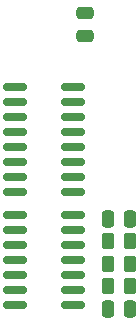
<source format=gtp>
G04 #@! TF.GenerationSoftware,KiCad,Pcbnew,6.0.8-f2edbf62ab~116~ubuntu22.04.1*
G04 #@! TF.CreationDate,2022-10-12T19:37:44+02:00*
G04 #@! TF.ProjectId,Amiga dual floppy selector,416d6967-6120-4647-9561-6c20666c6f70,0.2*
G04 #@! TF.SameCoordinates,Original*
G04 #@! TF.FileFunction,Paste,Top*
G04 #@! TF.FilePolarity,Positive*
%FSLAX46Y46*%
G04 Gerber Fmt 4.6, Leading zero omitted, Abs format (unit mm)*
G04 Created by KiCad (PCBNEW 6.0.8-f2edbf62ab~116~ubuntu22.04.1) date 2022-10-12 19:37:44*
%MOMM*%
%LPD*%
G01*
G04 APERTURE LIST*
G04 Aperture macros list*
%AMRoundRect*
0 Rectangle with rounded corners*
0 $1 Rounding radius*
0 $2 $3 $4 $5 $6 $7 $8 $9 X,Y pos of 4 corners*
0 Add a 4 corners polygon primitive as box body*
4,1,4,$2,$3,$4,$5,$6,$7,$8,$9,$2,$3,0*
0 Add four circle primitives for the rounded corners*
1,1,$1+$1,$2,$3*
1,1,$1+$1,$4,$5*
1,1,$1+$1,$6,$7*
1,1,$1+$1,$8,$9*
0 Add four rect primitives between the rounded corners*
20,1,$1+$1,$2,$3,$4,$5,0*
20,1,$1+$1,$4,$5,$6,$7,0*
20,1,$1+$1,$6,$7,$8,$9,0*
20,1,$1+$1,$8,$9,$2,$3,0*%
G04 Aperture macros list end*
%ADD10RoundRect,0.150000X-0.825000X-0.150000X0.825000X-0.150000X0.825000X0.150000X-0.825000X0.150000X0*%
%ADD11RoundRect,0.250000X0.262500X0.450000X-0.262500X0.450000X-0.262500X-0.450000X0.262500X-0.450000X0*%
%ADD12RoundRect,0.250000X-0.250000X-0.475000X0.250000X-0.475000X0.250000X0.475000X-0.250000X0.475000X0*%
%ADD13RoundRect,0.250000X0.475000X-0.250000X0.475000X0.250000X-0.475000X0.250000X-0.475000X-0.250000X0*%
G04 APERTURE END LIST*
D10*
X120715000Y-85090000D03*
X120715000Y-86360000D03*
X120715000Y-87630000D03*
X120715000Y-88900000D03*
X120715000Y-90170000D03*
X120715000Y-91440000D03*
X120715000Y-92710000D03*
X125665000Y-92710000D03*
X125665000Y-91440000D03*
X125665000Y-90170000D03*
X125665000Y-88900000D03*
X125665000Y-87630000D03*
X125665000Y-86360000D03*
X125665000Y-85090000D03*
X120715000Y-74295000D03*
X120715000Y-75565000D03*
X120715000Y-76835000D03*
X120715000Y-78105000D03*
X120715000Y-79375000D03*
X120715000Y-80645000D03*
X120715000Y-81915000D03*
X120715000Y-83185000D03*
X125665000Y-83185000D03*
X125665000Y-81915000D03*
X125665000Y-80645000D03*
X125665000Y-79375000D03*
X125665000Y-78105000D03*
X125665000Y-76835000D03*
X125665000Y-75565000D03*
X125665000Y-74295000D03*
D11*
X130452500Y-89217500D03*
X128627500Y-89217500D03*
D12*
X128590000Y-93027500D03*
X130490000Y-93027500D03*
X128590000Y-85407500D03*
X130490000Y-85407500D03*
D11*
X130452500Y-87312500D03*
X128627500Y-87312500D03*
D13*
X126682500Y-69911000D03*
X126682500Y-68011000D03*
D11*
X130452500Y-91122500D03*
X128627500Y-91122500D03*
M02*

</source>
